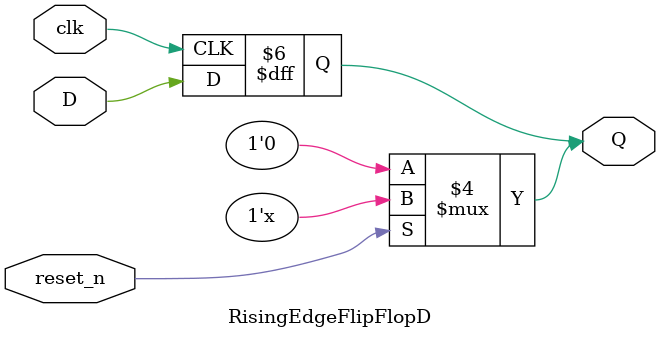
<source format=v>
module RisingEdgeFlipFlopD(
D,
Q,
clk,
reset_n
);

input D; // Data input 
input clk; // clock input 
input reset_n; //reset input
output reg Q; // output Q 
always @(posedge clk) 
begin
 Q <= D; 
end 

always @(reset_n) //Si reset_n es 0, pone en cero la salida del flip flop
    if (~reset_n) begin
      Q<=0;
    end

endmodule 
</source>
